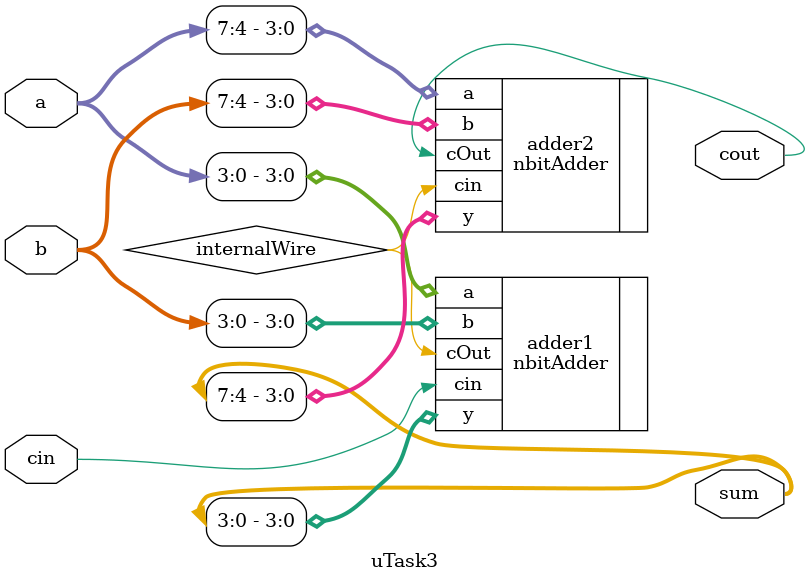
<source format=sv>
module uTask3 (
    a,
    b,
    cin,
    sum,
    cout
);
  input logic [7:0] a, b;
  output logic [7:0] sum;
  input logic cin;
  output logic cout;
  logic internalWire;

  nbitAdder #(
      .bits(4)
  ) adder1 (
      .a(a[3:0]),
      .b(b[3:0]),
      .cin(cin),
      .y(sum[3:0]),
      .cOut(internalWire)
  );
  nbitAdder #(
      .bits(4)
  ) adder2 (
      .a(a[7:4]),
      .b(b[7:4]),
      .cin(internalWire),
      .y(sum[7:4]),
      .cOut(cout)
  );


endmodule

</source>
